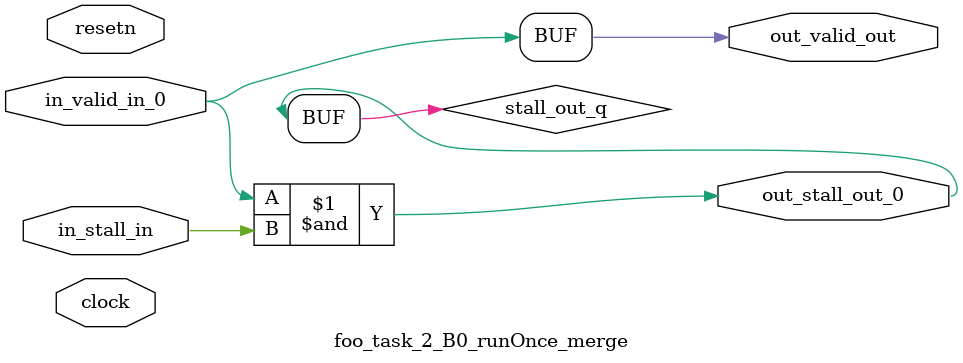
<source format=sv>



(* altera_attribute = "-name AUTO_SHIFT_REGISTER_RECOGNITION OFF; -name MESSAGE_DISABLE 10036; -name MESSAGE_DISABLE 10037; -name MESSAGE_DISABLE 14130; -name MESSAGE_DISABLE 14320; -name MESSAGE_DISABLE 15400; -name MESSAGE_DISABLE 14130; -name MESSAGE_DISABLE 10036; -name MESSAGE_DISABLE 12020; -name MESSAGE_DISABLE 12030; -name MESSAGE_DISABLE 12010; -name MESSAGE_DISABLE 12110; -name MESSAGE_DISABLE 14320; -name MESSAGE_DISABLE 13410; -name MESSAGE_DISABLE 113007; -name MESSAGE_DISABLE 10958" *)
module foo_task_2_B0_runOnce_merge (
    input wire [0:0] in_stall_in,
    input wire [0:0] in_valid_in_0,
    output wire [0:0] out_stall_out_0,
    output wire [0:0] out_valid_out,
    input wire clock,
    input wire resetn
    );

    wire [0:0] stall_out_q;


    // stall_out(LOGICAL,6)
    assign stall_out_q = in_valid_in_0 & in_stall_in;

    // out_stall_out_0(GPOUT,4)
    assign out_stall_out_0 = stall_out_q;

    // out_valid_out(GPOUT,5)
    assign out_valid_out = in_valid_in_0;

endmodule

</source>
